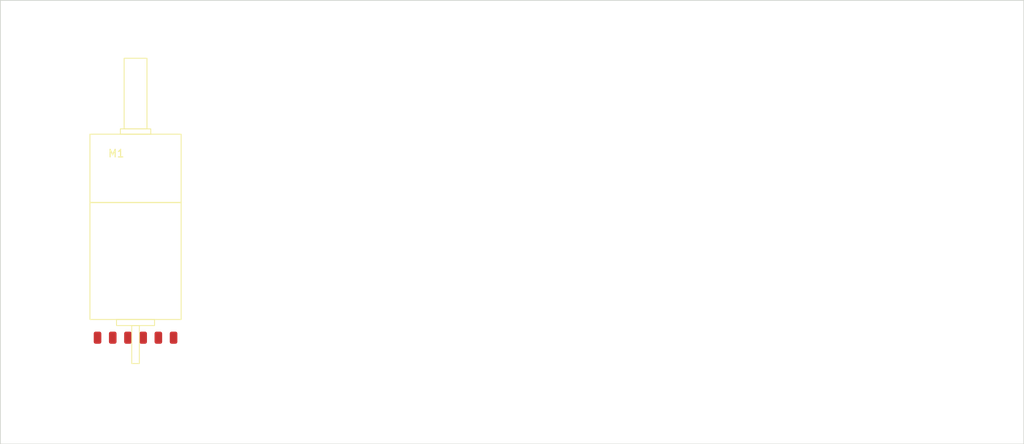
<source format=kicad_pcb>
(kicad_pcb (version 20211014) (generator pcbnew)
  (layers (0 "F.Cu" signal) (31 "B.Cu" signal) (34 "B.Paste" user) (35 "F.Paste" user) (36 "B.SilkS" user "B.Silkscreen") (37 "F.SilkS" user "F.Silkscreen") (38 "B.Mask" user) (39 "F.Mask" user) (44 "Edge.Cuts" user))
  (net 0 "")
  (net 1 "GND")
  (net 2 "Net-(M1-Pad2)")
  (net 3 "VCC")
  (footprint "pololu:N20_EXTENDED_SHAFT" (layer "F.Cu") (at 66.04 66.04)
    (fp_text reference "M1" (at -2.54 12.54 unlocked) (layer "F.SilkS"))
    (fp_text value "N20_MOTOR_EXTENDED_SHAFT")
    (fp_rect (start -2 10) (end 2 9.3) (layer "F.SilkS") (width 0.12) (fill none))
    (fp_rect (start -6 10) (end 6 19) (layer "F.SilkS") (width 0.12) (fill none))
    (fp_rect (start -2.5 34.4) (end 2.5 35.2) (layer "F.SilkS") (width 0.12) (fill none))
    (fp_rect (start -1.5 9.3) (end 1.5 0) (layer "F.SilkS") (width 0.12) (fill none))
    (fp_rect (start -6 19) (end 6 34.4) (layer "F.SilkS") (width 0.12) (fill none))
    (fp_rect (start -0.5 35.2) (end 0.5 40.2) (layer "F.SilkS") (width 0.12) (fill none))
    (pad "1" smd roundrect (at -5 36.8) (size 1 1.6) (layers "F.Cu" "F.Paste" "F.Mask") (net 1 "GND"))
    (pad "2" smd roundrect (at -3 36.8) (size 1 1.6) (layers "F.Cu" "F.Paste" "F.Mask") (net 2 "Net-(M1-Pad2)"))
    (pad "3" smd roundrect (at -1 36.8) (size 1 1.6) (layers "F.Cu" "F.Paste" "F.Mask") (net 2 "Net-(M1-Pad2)"))
    (pad "4" smd roundrect (at 1 36.8) (size 1 1.6) (layers "F.Cu" "F.Paste" "F.Mask") (net 3 "VCC"))
    (pad "5" smd roundrect (at 3 36.8) (size 1 1.6) (layers "F.Cu" "F.Paste" "F.Mask"))
    (pad "6" smd roundrect (at 5 36.8) (size 1 1.6) (layers "F.Cu" "F.Paste" "F.Mask"))
  )
  (gr_rect (start 48.26 58.42) (end 182.88 116.84) (layer "Edge.Cuts") (width 0.1) (fill none))
)
</source>
